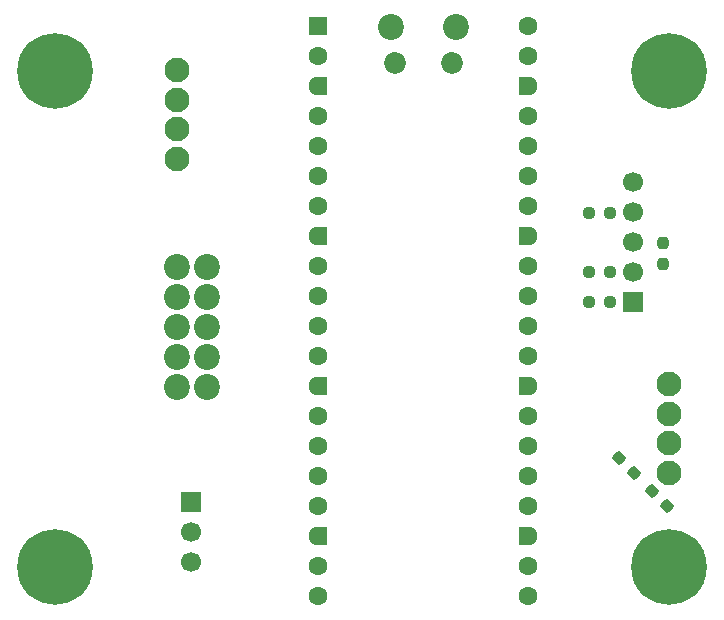
<source format=gbr>
%TF.GenerationSoftware,KiCad,Pcbnew,9.0.3*%
%TF.CreationDate,2025-08-16T20:23:23+09:00*%
%TF.ProjectId,ADF4351_with_raspberry_pi_pico,41444634-3335-4315-9f77-6974685f7261,rev?*%
%TF.SameCoordinates,Original*%
%TF.FileFunction,Soldermask,Bot*%
%TF.FilePolarity,Negative*%
%FSLAX46Y46*%
G04 Gerber Fmt 4.6, Leading zero omitted, Abs format (unit mm)*
G04 Created by KiCad (PCBNEW 9.0.3) date 2025-08-16 20:23:23*
%MOMM*%
%LPD*%
G01*
G04 APERTURE LIST*
G04 Aperture macros list*
%AMRoundRect*
0 Rectangle with rounded corners*
0 $1 Rounding radius*
0 $2 $3 $4 $5 $6 $7 $8 $9 X,Y pos of 4 corners*
0 Add a 4 corners polygon primitive as box body*
4,1,4,$2,$3,$4,$5,$6,$7,$8,$9,$2,$3,0*
0 Add four circle primitives for the rounded corners*
1,1,$1+$1,$2,$3*
1,1,$1+$1,$4,$5*
1,1,$1+$1,$6,$7*
1,1,$1+$1,$8,$9*
0 Add four rect primitives between the rounded corners*
20,1,$1+$1,$2,$3,$4,$5,0*
20,1,$1+$1,$4,$5,$6,$7,0*
20,1,$1+$1,$6,$7,$8,$9,0*
20,1,$1+$1,$8,$9,$2,$3,0*%
%AMFreePoly0*
4,1,37,0.000000,0.796148,0.078414,0.796148,0.232228,0.765552,0.377117,0.705537,0.507515,0.618408,0.618408,0.507515,0.705537,0.377117,0.765552,0.232228,0.796148,0.078414,0.796148,-0.078414,0.765552,-0.232228,0.705537,-0.377117,0.618408,-0.507515,0.507515,-0.618408,0.377117,-0.705537,0.232228,-0.765552,0.078414,-0.796148,0.000000,-0.796148,0.000000,-0.800000,-0.600000,-0.800000,
-0.603843,-0.796157,-0.639018,-0.796157,-0.711114,-0.766294,-0.766294,-0.711114,-0.796157,-0.639018,-0.796157,-0.603843,-0.800000,-0.600000,-0.800000,0.600000,-0.796157,0.603843,-0.796157,0.639018,-0.766294,0.711114,-0.711114,0.766294,-0.639018,0.796157,-0.603843,0.796157,-0.600000,0.800000,0.000000,0.800000,0.000000,0.796148,0.000000,0.796148,$1*%
%AMFreePoly1*
4,1,37,0.603843,0.796157,0.639018,0.796157,0.711114,0.766294,0.766294,0.711114,0.796157,0.639018,0.796157,0.603843,0.800000,0.600000,0.800000,-0.600000,0.796157,-0.603843,0.796157,-0.639018,0.766294,-0.711114,0.711114,-0.766294,0.639018,-0.796157,0.603843,-0.796157,0.600000,-0.800000,0.000000,-0.800000,0.000000,-0.796148,-0.078414,-0.796148,-0.232228,-0.765552,-0.377117,-0.705537,
-0.507515,-0.618408,-0.618408,-0.507515,-0.705537,-0.377117,-0.765552,-0.232228,-0.796148,-0.078414,-0.796148,0.078414,-0.765552,0.232228,-0.705537,0.377117,-0.618408,0.507515,-0.507515,0.618408,-0.377117,0.705537,-0.232228,0.765552,-0.078414,0.796148,0.000000,0.796148,0.000000,0.800000,0.600000,0.800000,0.603843,0.796157,0.603843,0.796157,$1*%
G04 Aperture macros list end*
%ADD10RoundRect,0.237500X0.237500X-0.250000X0.237500X0.250000X-0.237500X0.250000X-0.237500X-0.250000X0*%
%ADD11C,2.200000*%
%ADD12R,1.700000X1.700000*%
%ADD13C,1.700000*%
%ADD14C,2.100000*%
%ADD15C,0.800000*%
%ADD16C,6.400000*%
%ADD17RoundRect,0.237500X-0.250000X-0.237500X0.250000X-0.237500X0.250000X0.237500X-0.250000X0.237500X0*%
%ADD18RoundRect,0.237500X0.344715X-0.008839X-0.008839X0.344715X-0.344715X0.008839X0.008839X-0.344715X0*%
%ADD19RoundRect,0.237500X-0.344715X0.008839X0.008839X-0.344715X0.344715X-0.008839X-0.008839X0.344715X0*%
%ADD20C,1.600000*%
%ADD21FreePoly0,0.000000*%
%ADD22FreePoly1,0.000000*%
%ADD23RoundRect,0.200000X-0.600000X-0.600000X0.600000X-0.600000X0.600000X0.600000X-0.600000X0.600000X0*%
%ADD24C,1.850000*%
G04 APERTURE END LIST*
D10*
%TO.C,R6*%
X143500000Y-90000000D03*
X143500000Y-91825000D03*
%TD*%
D11*
%TO.C,J2*%
X104856000Y-92040000D03*
X102316000Y-92040000D03*
X104856000Y-94580000D03*
X102316000Y-94580000D03*
X104856000Y-97120000D03*
X102316000Y-97120000D03*
X104856000Y-99660000D03*
X102316000Y-99660000D03*
X104856000Y-102200000D03*
X102316000Y-102200000D03*
%TD*%
D12*
%TO.C,J4*%
X103500000Y-111960000D03*
D13*
X103500000Y-114500000D03*
X103500000Y-117040000D03*
%TD*%
D14*
%TO.C,J3*%
X102316000Y-75396000D03*
X102316000Y-77896000D03*
X102316000Y-80396000D03*
X102316000Y-82896000D03*
%TD*%
D15*
%TO.C,H1*%
X89600000Y-75500000D03*
X90302944Y-73802944D03*
X90302944Y-77197056D03*
X92000000Y-73100000D03*
D16*
X92000000Y-75500000D03*
D15*
X92000000Y-77900000D03*
X93697056Y-73802944D03*
X93697056Y-77197056D03*
X94400000Y-75500000D03*
%TD*%
%TO.C,H2*%
X89600000Y-117500000D03*
X90302944Y-115802944D03*
X90302944Y-119197056D03*
X92000000Y-115100000D03*
D16*
X92000000Y-117500000D03*
D15*
X92000000Y-119900000D03*
X93697056Y-115802944D03*
X93697056Y-119197056D03*
X94400000Y-117500000D03*
%TD*%
%TO.C,H3*%
X141600000Y-75500000D03*
X142302944Y-73802944D03*
X142302944Y-77197056D03*
X144000000Y-73100000D03*
D16*
X144000000Y-75500000D03*
D15*
X144000000Y-77900000D03*
X145697056Y-73802944D03*
X145697056Y-77197056D03*
X146400000Y-75500000D03*
%TD*%
D14*
%TO.C,J1*%
X144000000Y-102000000D03*
X144000000Y-104500000D03*
X144000000Y-107000000D03*
X144000000Y-109500000D03*
%TD*%
D12*
%TO.C,J5*%
X140975000Y-95050000D03*
D13*
X140975000Y-92510000D03*
X140975000Y-89970000D03*
X140975000Y-87430000D03*
X140975000Y-84890000D03*
%TD*%
D15*
%TO.C,H4*%
X141600000Y-117500000D03*
X142302944Y-115802944D03*
X142302944Y-119197056D03*
X144000000Y-115100000D03*
D16*
X144000000Y-117500000D03*
D15*
X144000000Y-119900000D03*
X145697056Y-115802944D03*
X145697056Y-119197056D03*
X146400000Y-117500000D03*
%TD*%
D17*
%TO.C,R3*%
X137175000Y-95000000D03*
X139000000Y-95000000D03*
%TD*%
D18*
%TO.C,R2*%
X143790470Y-112290470D03*
X142500000Y-111000000D03*
%TD*%
D17*
%TO.C,R5*%
X137175000Y-87500000D03*
X139000000Y-87500000D03*
%TD*%
D19*
%TO.C,R1*%
X139709530Y-108209530D03*
X141000000Y-109500000D03*
%TD*%
D17*
%TO.C,R4*%
X137175000Y-92500000D03*
X139000000Y-92500000D03*
%TD*%
D20*
%TO.C,A1*%
X132080000Y-71628000D03*
X132080000Y-74168000D03*
D21*
X132080000Y-76708000D03*
D20*
X132080000Y-79248000D03*
X132080000Y-81788000D03*
X132080000Y-84328000D03*
X132080000Y-86868000D03*
D21*
X132080000Y-89408000D03*
D20*
X132080000Y-91948000D03*
X132080000Y-94488000D03*
X132080000Y-97028000D03*
X132080000Y-99568000D03*
D21*
X132080000Y-102108000D03*
D20*
X132080000Y-104648000D03*
X132080000Y-107188000D03*
X132080000Y-109728000D03*
X132080000Y-112268000D03*
D21*
X132080000Y-114808000D03*
D20*
X132080000Y-117348000D03*
X132080000Y-119888000D03*
X114300000Y-119888000D03*
X114300000Y-117348000D03*
D22*
X114300000Y-114808000D03*
D20*
X114300000Y-112268000D03*
X114300000Y-109728000D03*
X114300000Y-107188000D03*
X114300000Y-104648000D03*
D22*
X114300000Y-102108000D03*
D20*
X114300000Y-99568000D03*
X114300000Y-97028000D03*
X114300000Y-94488000D03*
X114300000Y-91948000D03*
D22*
X114300000Y-89408000D03*
D20*
X114300000Y-86868000D03*
X114300000Y-84328000D03*
X114300000Y-81788000D03*
X114300000Y-79248000D03*
D22*
X114300000Y-76708000D03*
D20*
X114300000Y-74168000D03*
D23*
X114300000Y-71628000D03*
D11*
X125915000Y-71758000D03*
D24*
X125615000Y-74788000D03*
X120765000Y-74788000D03*
D11*
X120465000Y-71758000D03*
%TD*%
M02*

</source>
